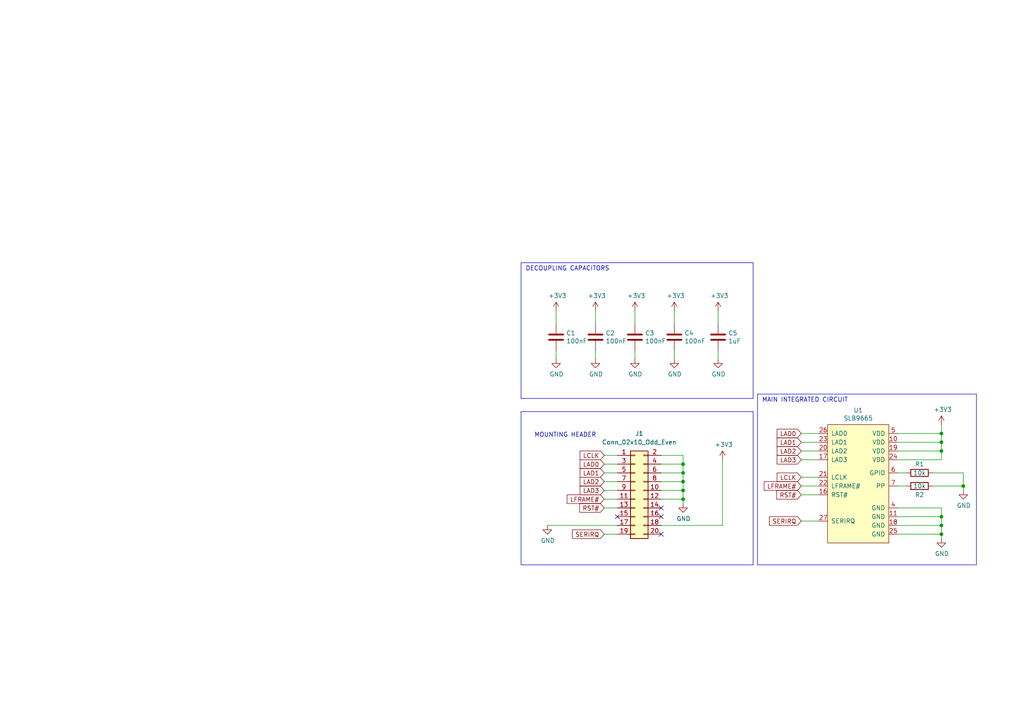
<source format=kicad_sch>
(kicad_sch (version 20230121) (generator eeschema)
  (paper "A4")
  (title_block (title "LPC TPM Module") (date "2023-12-13") (rev "0.1.0") (company "3mdeb") (comment 1 "R,C - 0603") (comment 2 "Pin header - Female 2x10pin, Pitch 2.54mm"))
  (lib_symbols
    (symbol "Connector_Generic:Conn_02x10_Odd_Even" (pin_names (offset 1.016) hide)
      (property "Reference" "J" (at 1.27 12.7 0))
      (property "Value" "Conn_02x10_Odd_Even" (at 1.27 -15.24 0))
      (symbol "Conn_02x10_Odd_Even_1_1"
        (rectangle (start -1.27 -12.573) (end 0 -12.827) (stroke (width 0.1524)))
        (rectangle (start -1.27 -10.033) (end 0 -10.287) (stroke (width 0.1524)))
        (rectangle (start -1.27 -7.493) (end 0 -7.747) (stroke (width 0.1524)))
        (rectangle (start -1.27 -4.953) (end 0 -5.207) (stroke (width 0.1524)))
        (rectangle (start -1.27 -2.413) (end 0 -2.667) (stroke (width 0.1524)))
        (rectangle (start -1.27 0.127) (end 0 -0.127) (stroke (width 0.1524)))
        (rectangle (start -1.27 2.667) (end 0 2.413) (stroke (width 0.1524)))
        (rectangle (start -1.27 5.207) (end 0 4.953) (stroke (width 0.1524)))
        (rectangle (start -1.27 7.747) (end 0 7.493) (stroke (width 0.1524)))
        (rectangle (start -1.27 10.287) (end 0 10.033) (stroke (width 0.1524)))
        (rectangle (start -1.27 11.43) (end 3.81 -13.97) (stroke (width 0.254)) (fill (type background)))
        (rectangle (start 3.81 -12.573) (end 2.54 -12.827) (stroke (width 0.1524)))
        (rectangle (start 3.81 -10.033) (end 2.54 -10.287) (stroke (width 0.1524)))
        (rectangle (start 3.81 -7.493) (end 2.54 -7.747) (stroke (width 0.1524)))
        (rectangle (start 3.81 -4.953) (end 2.54 -5.207) (stroke (width 0.1524)))
        (rectangle (start 3.81 -2.413) (end 2.54 -2.667) (stroke (width 0.1524)))
        (rectangle (start 3.81 0.127) (end 2.54 -0.127) (stroke (width 0.1524)))
        (rectangle (start 3.81 2.667) (end 2.54 2.413) (stroke (width 0.1524)))
        (rectangle (start 3.81 5.207) (end 2.54 4.953) (stroke (width 0.1524)))
        (rectangle (start 3.81 7.747) (end 2.54 7.493) (stroke (width 0.1524)))
        (rectangle (start 3.81 10.287) (end 2.54 10.033) (stroke (width 0.1524)))
        (pin passive line (at -5.08 10.16 0) (length 3.81) (name "Pin_1") (number "1"))
        (pin passive line (at 7.62 0 180) (length 3.81) (name "Pin_10") (number "10"))
        (pin passive line (at -5.08 -2.54 0) (length 3.81) (name "Pin_11") (number "11"))
        (pin passive line (at 7.62 -2.54 180) (length 3.81) (name "Pin_12") (number "12"))
        (pin passive line (at -5.08 -5.08 0) (length 3.81) (name "Pin_13") (number "13"))
        (pin passive line (at 7.62 -5.08 180) (length 3.81) (name "Pin_14") (number "14"))
        (pin passive line (at -5.08 -7.62 0) (length 3.81) (name "Pin_15") (number "15"))
        (pin passive line (at 7.62 -7.62 180) (length 3.81) (name "Pin_16") (number "16"))
        (pin passive line (at -5.08 -10.16 0) (length 3.81) (name "Pin_17") (number "17"))
        (pin passive line (at 7.62 -10.16 180) (length 3.81) (name "Pin_18") (number "18"))
        (pin passive line (at -5.08 -12.7 0) (length 3.81) (name "Pin_19") (number "19"))
        (pin passive line (at 7.62 10.16 180) (length 3.81) (name "Pin_2") (number "2"))
        (pin passive line (at 7.62 -12.7 180) (length 3.81) (name "Pin_20") (number "20"))
        (pin passive line (at -5.08 7.62 0) (length 3.81) (name "Pin_3") (number "3"))
        (pin passive line (at 7.62 7.62 180) (length 3.81) (name "Pin_4") (number "4"))
        (pin passive line (at -5.08 5.08 0) (length 3.81) (name "Pin_5") (number "5"))
        (pin passive line (at 7.62 5.08 180) (length 3.81) (name "Pin_6") (number "6"))
        (pin passive line (at -5.08 2.54 0) (length 3.81) (name "Pin_7") (number "7"))
        (pin passive line (at 7.62 2.54 180) (length 3.81) (name "Pin_8") (number "8"))
        (pin passive line (at -5.08 0 0) (length 3.81) (name "Pin_9") (number "9"))
      )
    )
    (symbol "Device:C" (pin_numbers hide) (pin_names (offset 0.254))
      (property "Reference" "C" (at 0.635 2.54 0))
      (property "Value" "C" (at 0.635 -2.54 0))
      (symbol "C_0_1"
        (polyline (pts (xy -2.032 -0.762) (xy 2.032 -0.762)) (stroke (width 0.508)))
        (polyline (pts (xy -2.032 0.762) (xy 2.032 0.762)) (stroke (width 0.508)))
      )
      (symbol "C_1_1"
        (pin passive line (at 0 3.81 270) (length 2.794) (name "~") (number "1"))
        (pin passive line (at 0 -3.81 90) (length 2.794) (name "~") (number "2"))
      )
    )
    (symbol "Device:R" (pin_numbers hide) (pin_names (offset 0))
      (property "Reference" "R" (at 2.032 0 90))
      (property "Value" "R" (at 0 0 90))
      (symbol "R_0_1"
        (rectangle (start -1.016 -2.54) (end 1.016 2.54) (stroke (width 0.254)))
      )
      (symbol "R_1_1"
        (pin passive line (at 0 3.81 270) (length 1.27) (name "~") (number "1"))
        (pin passive line (at 0 -3.81 90) (length 1.27) (name "~") (number "2"))
      )
    )
    (symbol "power:+3V3" (power) (pin_names (offset 0))
      (property "Value" "+3V3" (at 0 3.556 0))
      (symbol "+3V3_0_1"
        (polyline (pts (xy -0.762 1.27) (xy 0 2.54)))
        (polyline (pts (xy 0 0) (xy 0 2.54)))
        (polyline (pts (xy 0 2.54) (xy 0.762 1.27)))
      )
      (symbol "+3V3_1_1"
        (pin power_in line (at 0 0 90) (length 0) hide (name "+3V3") (number "1"))
      )
    )
    (symbol "power:GND" (power) (pin_names (offset 0))
      (property "Value" "GND" (at 0 -3.81 0))
      (symbol "GND_0_1"
        (polyline (pts (xy 0 0) (xy 0 -1.27) (xy 1.27 -1.27) (xy 0 -2.54) (xy -1.27 -1.27) (xy 0 -1.27)))
      )
      (symbol "GND_1_1"
        (pin power_in line (at 0 0 270) (length 0) hide (name "GND") (number "1"))
      )
    )
    (symbol "tpm-rescue:SLB9665-3mdeb" (pin_names (offset 1.016))
      (property "Reference" "U1" (at 0 20.701 0))
      (property "Value" "SLB9665" (at 0 18.3896 0))
      (property "Supplier and ref" "https://www.mouser.pl/ProductDetail/Infineon-Technologies/SLB9665TT20FW563XUMA3?qs=gZXFycFWdAOgz%2FB%2Fifoq1g%3D%3D" (at 0 0 0))
      (symbol "SLB9665-3mdeb_0_1"
        (rectangle (start -8.89 16.51) (end 8.89 -17.78) (fill (type background)))
      )
      (symbol "SLB9665-3mdeb_1_1"
        (pin input line (at 11.43 11.43 180) (length 2.54) (name "VDD") (number "10"))
        (pin power_out line (at 11.43 -10.16 180) (length 2.54) (name "GND") (number "11"))
        (pin input line (at -11.43 -3.81 0) (length 2.54) (name "RST#") (number "16"))
        (pin bidirectional line (at -11.43 6.35 0) (length 2.54) (name "LAD3") (number "17"))
        (pin power_out line (at 11.43 -12.7 180) (length 2.54) (name "GND") (number "18"))
        (pin input line (at 11.43 8.89 180) (length 2.54) (name "VDD") (number "19"))
        (pin bidirectional line (at -11.43 8.89 0) (length 2.54) (name "LAD2") (number "20"))
        (pin input line (at -11.43 1.27 0) (length 2.54) (name "LCLK") (number "21"))
        (pin input line (at -11.43 -1.27 0) (length 2.54) (name "LFRAME#") (number "22"))
        (pin bidirectional line (at -11.43 11.43 0) (length 2.54) (name "LAD1") (number "23"))
        (pin input line (at 11.43 6.35 180) (length 2.54) (name "VDD") (number "24"))
        (pin power_out line (at 11.43 -15.24 180) (length 2.54) (name "GND") (number "25"))
        (pin bidirectional line (at -11.43 13.97 0) (length 2.54) (name "LAD0") (number "26"))
        (pin bidirectional line (at -11.43 -11.43 0) (length 2.54) (name "SERIRQ") (number "27"))
        (pin power_out line (at 11.43 -7.62 180) (length 2.54) (name "GND") (number "4"))
        (pin input line (at 11.43 13.97 180) (length 2.54) (name "VDD") (number "5"))
        (pin bidirectional line (at 11.43 2.54 180) (length 2.54) (name "GPIO") (number "6"))
        (pin input line (at 11.43 -1.27 180) (length 2.54) (name "PP") (number "7"))
      )
    )
  )
  (junction (at 273.05 149.86))
  (junction (at 273.05 125.73))
  (junction (at 273.05 152.4))
  (junction (at 279.4 140.97))
  (junction (at 198.12 142.24))
  (junction (at 198.12 139.7))
  (junction (at 198.12 144.78))
  (junction (at 198.12 137.16))
  (junction (at 273.05 154.94))
  (junction (at 198.12 134.62))
  (junction (at 273.05 130.81))
  (junction (at 273.05 128.27))
  (no_connect (at 191.77 149.86))
  (no_connect (at 179.07 149.86))
  (no_connect (at 191.77 147.32))
  (no_connect (at 191.77 154.94))
  (polyline (pts (xy 151.13 119.38) (xy 151.13 163.83)))
  (wire (pts (xy 175.26 142.24) (xy 179.07 142.24)))
  (wire (pts (xy 209.55 152.4) (xy 209.55 133.35)))
  (wire (pts (xy 270.51 140.97) (xy 279.4 140.97)))
  (wire (pts (xy 273.05 133.35) (xy 273.05 130.81)))
  (polyline (pts (xy 283.21 163.83) (xy 219.71 163.83)))
  (wire (pts (xy 273.05 147.32) (xy 273.05 149.86)))
  (wire (pts (xy 273.05 130.81) (xy 273.05 128.27)))
  (wire (pts (xy 232.41 140.97) (xy 237.49 140.97)))
  (wire (pts (xy 198.12 146.05) (xy 198.12 144.78)))
  (wire (pts (xy 260.35 137.16) (xy 262.89 137.16)))
  (polyline (pts (xy 218.44 163.83) (xy 218.44 119.38)))
  (wire (pts (xy 158.75 152.4) (xy 179.07 152.4)))
  (wire (pts (xy 175.26 139.7) (xy 179.07 139.7)))
  (wire (pts (xy 191.77 132.08) (xy 198.12 132.08)))
  (wire (pts (xy 232.41 128.27) (xy 237.49 128.27)))
  (wire (pts (xy 198.12 134.62) (xy 198.12 137.16)))
  (polyline (pts (xy 218.44 76.2) (xy 151.13 76.2)))
  (wire (pts (xy 232.41 133.35) (xy 237.49 133.35)))
  (wire (pts (xy 191.77 144.78) (xy 198.12 144.78)))
  (wire (pts (xy 191.77 142.24) (xy 198.12 142.24)))
  (polyline (pts (xy 151.13 115.57) (xy 218.44 115.57)))
  (wire (pts (xy 232.41 143.51) (xy 237.49 143.51)))
  (wire (pts (xy 198.12 132.08) (xy 198.12 134.62)))
  (wire (pts (xy 260.35 154.94) (xy 273.05 154.94)))
  (polyline (pts (xy 219.71 163.83) (xy 219.71 114.3)))
  (wire (pts (xy 270.51 137.16) (xy 279.4 137.16)))
  (wire (pts (xy 260.35 147.32) (xy 273.05 147.32)))
  (wire (pts (xy 161.29 101.6) (xy 161.29 104.14)))
  (wire (pts (xy 172.72 90.17) (xy 172.72 93.98)))
  (wire (pts (xy 195.58 90.17) (xy 195.58 93.98)))
  (wire (pts (xy 198.12 142.24) (xy 198.12 139.7)))
  (wire (pts (xy 260.35 149.86) (xy 273.05 149.86)))
  (wire (pts (xy 260.35 128.27) (xy 273.05 128.27)))
  (polyline (pts (xy 151.13 163.83) (xy 218.44 163.83)))
  (wire (pts (xy 191.77 152.4) (xy 209.55 152.4)))
  (wire (pts (xy 232.41 151.13) (xy 237.49 151.13)))
  (wire (pts (xy 232.41 138.43) (xy 237.49 138.43)))
  (wire (pts (xy 191.77 134.62) (xy 198.12 134.62)))
  (wire (pts (xy 273.05 149.86) (xy 273.05 152.4)))
  (wire (pts (xy 175.26 154.94) (xy 179.07 154.94)))
  (wire (pts (xy 198.12 137.16) (xy 191.77 137.16)))
  (wire (pts (xy 260.35 152.4) (xy 273.05 152.4)))
  (polyline (pts (xy 151.13 76.2) (xy 151.13 115.57)))
  (wire (pts (xy 260.35 133.35) (xy 273.05 133.35)))
  (polyline (pts (xy 218.44 115.57) (xy 218.44 76.2)))
  (wire (pts (xy 175.26 147.32) (xy 179.07 147.32)))
  (wire (pts (xy 161.29 90.17) (xy 161.29 93.98)))
  (wire (pts (xy 175.26 144.78) (xy 179.07 144.78)))
  (wire (pts (xy 175.26 137.16) (xy 179.07 137.16)))
  (polyline (pts (xy 218.44 119.38) (xy 151.13 119.38)))
  (wire (pts (xy 273.05 154.94) (xy 273.05 156.21)))
  (polyline (pts (xy 283.21 114.3) (xy 283.21 163.83)))
  (wire (pts (xy 232.41 125.73) (xy 237.49 125.73)))
  (polyline (pts (xy 219.71 114.3) (xy 283.21 114.3)))
  (wire (pts (xy 208.28 90.17) (xy 208.28 93.98)))
  (wire (pts (xy 273.05 152.4) (xy 273.05 154.94)))
  (wire (pts (xy 184.15 101.6) (xy 184.15 104.14)))
  (wire (pts (xy 198.12 137.16) (xy 198.12 139.7)))
  (wire (pts (xy 260.35 140.97) (xy 262.89 140.97)))
  (wire (pts (xy 260.35 130.81) (xy 273.05 130.81)))
  (wire (pts (xy 184.15 90.17) (xy 184.15 93.98)))
  (wire (pts (xy 198.12 144.78) (xy 198.12 142.24)))
  (wire (pts (xy 191.77 139.7) (xy 198.12 139.7)))
  (wire (pts (xy 279.4 137.16) (xy 279.4 140.97)))
  (wire (pts (xy 175.26 134.62) (xy 179.07 134.62)))
  (wire (pts (xy 195.58 101.6) (xy 195.58 104.14)))
  (wire (pts (xy 208.28 101.6) (xy 208.28 104.14)))
  (wire (pts (xy 273.05 128.27) (xy 273.05 125.73)))
  (wire (pts (xy 279.4 140.97) (xy 279.4 142.24)))
  (wire (pts (xy 232.41 130.81) (xy 237.49 130.81)))
  (wire (pts (xy 172.72 101.6) (xy 172.72 104.14)))
  (wire (pts (xy 273.05 125.73) (xy 273.05 123.19)))
  (wire (pts (xy 260.35 125.73) (xy 273.05 125.73)))
  (wire (pts (xy 175.26 132.08) (xy 179.07 132.08)))
  (text "DECOUPLING CAPACITORS" (at 152.4 78.74 0) (effects (font (size 1.27 1.27)) (justify left bottom)))
  (text "MAIN INTEGRATED CIRCUIT" (at 220.98 116.84 0) (effects (font (size 1.27 1.27)) (justify left bottom)))
  (text "MOUNTING HEADER" (at 154.94 127 0) (effects (font (size 1.27 1.27)) (justify left bottom)))
  (global_label "SERIRQ" (shape input) (at 175.26 154.94 180) (property "Intersheetrefs" "${INTERSHEET_REFS}" (effects hide)))
  (global_label "SERIRQ" (shape input) (at 232.41 151.13 180) (property "Intersheetrefs" "${INTERSHEET_REFS}" (effects hide)))
  (global_label "RST#" (shape input) (at 175.26 147.32 180) (property "Intersheetrefs" "${INTERSHEET_REFS}" (effects hide)))
  (global_label "LAD3" (shape input) (at 232.41 133.35 180) (property "Intersheetrefs" "${INTERSHEET_REFS}" (effects hide)))
  (global_label "LCLK" (shape input) (at 175.26 132.08 180) (property "Intersheetrefs" "${INTERSHEET_REFS}" (effects hide)))
  (global_label "LAD2" (shape input) (at 175.26 139.7 180) (property "Intersheetrefs" "${INTERSHEET_REFS}" (effects hide)))
  (global_label "LFRAME#" (shape input) (at 175.26 144.78 180) (property "Intersheetrefs" "${INTERSHEET_REFS}" (effects hide)))
  (global_label "LAD0" (shape input) (at 175.26 134.62 180) (property "Intersheetrefs" "${INTERSHEET_REFS}" (effects hide)))
  (global_label "LFRAME#" (shape input) (at 232.41 140.97 180) (property "Intersheetrefs" "${INTERSHEET_REFS}" (effects hide)))
  (global_label "RST#" (shape input) (at 232.41 143.51 180) (property "Intersheetrefs" "${INTERSHEET_REFS}" (effects hide)))
  (global_label "LAD0" (shape input) (at 232.41 125.73 180) (property "Intersheetrefs" "${INTERSHEET_REFS}" (effects hide)))
  (global_label "LAD1" (shape input) (at 175.26 137.16 180) (property "Intersheetrefs" "${INTERSHEET_REFS}" (effects hide)))
  (global_label "LCLK" (shape input) (at 232.41 138.43 180) (property "Intersheetrefs" "${INTERSHEET_REFS}" (effects hide)))
  (global_label "LAD3" (shape input) (at 175.26 142.24 180) (property "Intersheetrefs" "${INTERSHEET_REFS}" (effects hide)))
  (global_label "LAD1" (shape input) (at 232.41 128.27 180) (property "Intersheetrefs" "${INTERSHEET_REFS}" (effects hide)))
  (global_label "LAD2" (shape input) (at 232.41 130.81 180) (property "Intersheetrefs" "${INTERSHEET_REFS}" (effects hide)))
  (symbol (lib_id "power:GND") (at 273.05 156.21 0) (unit 1)
    (property "Reference" "#PWR0101" (effects hide))
    (property "Value" "GND" (at 273.177 160.6042 0))
  )
  (symbol (lib_id "Device:R") (at 266.7 137.16 270) (unit 1)
    (property "Reference" "R1" (at 266.7 134.62 90))
    (property "Value" "10k" (at 266.7 137.16 90))
    (property "Footprint" "Resistor_SMD:R_0603_1608Metric" (effects hide))
  )
  (symbol (lib_id "Device:R") (at 266.7 140.97 270) (unit 1)
    (property "Reference" "R2" (at 266.7 143.51 90))
    (property "Value" "10k" (at 266.7 140.97 90))
    (property "Footprint" "Resistor_SMD:R_0603_1608Metric" (effects hide))
  )
  (symbol (lib_id "tpm-rescue:SLB9665-3mdeb") (at 248.92 139.7 0) (unit 1)
    (property "Reference" "U1" (at 248.92 118.999 0))
    (property "Value" "SLB9665" (at 248.92 121.3104 0))
    (property "Footprint" "Package_SO:TSSOP-28_4.4x9.7mm_P0.65mm" (effects hide))
    (property "Datasheet" "https://www.infineon.com/dgdl/Infineon-TPM%20SLB%209665-DS-v10_15-EN.pdf?fileId=5546d4625185e0e201518b83d9273d87" (effects hide))
    (property "Supplier and ref" "https://www.mouser.pl/ProductDetail/Infineon-Technologies/SLB9665TT20FW563XUMA3?qs=gZXFycFWdAOgz%2FB%2Fifoq1g%3D%3D" (effects hide))
  )
  (symbol (lib_id "power:+3V3") (at 273.05 123.19 0) (unit 1)
    (property "Reference" "#PWR0102" (effects hide))
    (property "Value" "+3V3" (at 273.431 118.7958 0))
  )
  (symbol (lib_id "Connector_Generic:Conn_02x10_Odd_Even") (at 184.15 142.24 0) (unit 1)
    (property "Reference" "J1" (at 185.42 125.73 0))
    (property "Value" "Conn_02x10_Odd_Even" (at 185.42 128.27 0))
    (property "Footprint" "Connector_PinSocket_2.54mm:PinSocket_2x10_P2.54mm_Vertical" (effects hide))
  )
  (symbol (lib_id "Device:C") (at 161.29 97.79 0) (unit 1)
    (property "Reference" "C1" (at 164.211 96.6216 0) (effects (justify left)))
    (property "Value" "100nF" (at 164.211 98.933 0) (effects (justify left)))
    (property "Footprint" "Capacitor_SMD:C_0603_1608Metric" (effects hide))
  )
  (symbol (lib_id "power:GND") (at 279.4 142.24 0) (unit 1)
    (property "Reference" "#PWR0115" (effects hide))
    (property "Value" "GND" (at 279.527 146.6342 0))
  )
  (symbol (lib_id "Device:C") (at 172.72 97.79 0) (unit 1)
    (property "Reference" "C2" (at 175.641 96.6216 0) (effects (justify left)))
    (property "Value" "100nF" (at 175.641 98.933 0) (effects (justify left)))
    (property "Footprint" "Capacitor_SMD:C_0603_1608Metric" (effects hide))
  )
  (symbol (lib_id "Device:C") (at 184.15 97.79 0) (unit 1)
    (property "Reference" "C3" (at 187.071 96.6216 0) (effects (justify left)))
    (property "Value" "100nF" (at 187.071 98.933 0) (effects (justify left)))
    (property "Footprint" "Capacitor_SMD:C_0603_1608Metric" (effects hide))
  )
  (symbol (lib_id "Device:C") (at 195.58 97.79 0) (unit 1)
    (property "Reference" "C4" (at 198.501 96.6216 0) (effects (justify left)))
    (property "Value" "100nF" (at 198.501 98.933 0) (effects (justify left)))
    (property "Footprint" "Capacitor_SMD:C_0603_1608Metric" (effects hide))
  )
  (symbol (lib_id "power:GND") (at 161.29 104.14 0) (unit 1)
    (property "Reference" "#PWR0103" (effects hide))
    (property "Value" "GND" (at 161.417 108.5342 0))
  )
  (symbol (lib_id "power:GND") (at 172.72 104.14 0) (unit 1)
    (property "Reference" "#PWR0104" (effects hide))
    (property "Value" "GND" (at 172.847 108.5342 0))
  )
  (symbol (lib_id "power:GND") (at 184.15 104.14 0) (unit 1)
    (property "Reference" "#PWR0105" (effects hide))
    (property "Value" "GND" (at 184.277 108.5342 0))
  )
  (symbol (lib_id "power:GND") (at 195.58 104.14 0) (unit 1)
    (property "Reference" "#PWR0106" (effects hide))
    (property "Value" "GND" (at 195.707 108.5342 0))
  )
  (symbol (lib_id "power:+3V3") (at 161.29 90.17 0) (unit 1)
    (property "Reference" "#PWR0107" (effects hide))
    (property "Value" "+3V3" (at 161.671 85.7758 0))
  )
  (symbol (lib_id "power:+3V3") (at 172.72 90.17 0) (unit 1)
    (property "Reference" "#PWR0108" (effects hide))
    (property "Value" "+3V3" (at 173.101 85.7758 0))
  )
  (symbol (lib_id "power:+3V3") (at 184.15 90.17 0) (unit 1)
    (property "Reference" "#PWR0109" (effects hide))
    (property "Value" "+3V3" (at 184.531 85.7758 0))
  )
  (symbol (lib_id "power:+3V3") (at 208.28 90.17 0) (unit 1)
    (property "Reference" "#PWR0110" (effects hide))
    (property "Value" "+3V3" (at 208.661 85.7758 0))
  )
  (symbol (lib_id "Device:C") (at 208.28 97.79 0) (unit 1)
    (property "Reference" "C5" (at 211.201 96.6216 0) (effects (justify left)))
    (property "Value" "1uF" (at 211.201 98.933 0) (effects (justify left)))
    (property "Footprint" "Capacitor_SMD:C_0603_1608Metric" (effects hide))
  )
  (symbol (lib_id "power:+3V3") (at 195.58 90.17 0) (unit 1)
    (property "Reference" "#PWR0111" (effects hide))
    (property "Value" "+3V3" (at 195.961 85.7758 0))
  )
  (symbol (lib_id "power:GND") (at 208.28 104.14 0) (unit 1)
    (property "Reference" "#PWR0112" (effects hide))
    (property "Value" "GND" (at 208.407 108.5342 0))
  )
  (symbol (lib_id "power:+3V3") (at 209.55 133.35 0) (unit 1)
    (property "Reference" "#PWR0113" (effects hide))
    (property "Value" "+3V3" (at 209.931 128.9558 0))
  )
  (symbol (lib_id "power:GND") (at 198.12 146.05 0) (unit 1)
    (property "Reference" "#PWR0114" (effects hide))
    (property "Value" "GND" (at 198.247 150.4442 0))
  )
  (symbol (lib_id "power:GND") (at 158.75 152.4 0) (unit 1)
    (property "Reference" "#PWR01" (effects hide))
    (property "Value" "GND" (at 158.877 156.7942 0))
  )
)
</source>
